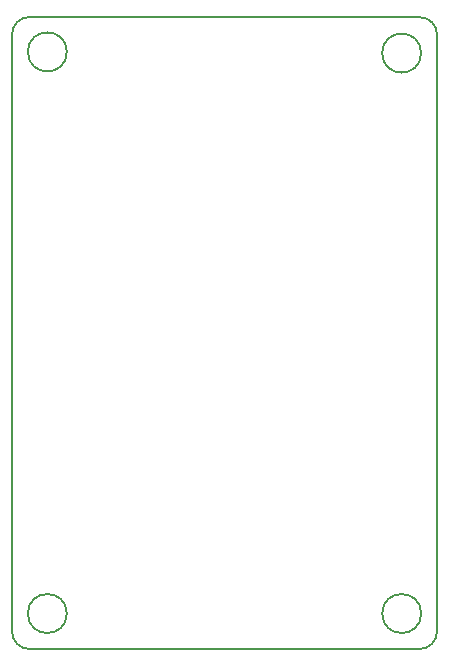
<source format=gbr>
%TF.GenerationSoftware,KiCad,Pcbnew,8.0.2*%
%TF.CreationDate,2024-11-06T18:52:59+01:00*%
%TF.ProjectId,pcb,7063622e-6b69-4636-9164-5f7063625858,rev?*%
%TF.SameCoordinates,Original*%
%TF.FileFunction,Profile,NP*%
%FSLAX46Y46*%
G04 Gerber Fmt 4.6, Leading zero omitted, Abs format (unit mm)*
G04 Created by KiCad (PCBNEW 8.0.2) date 2024-11-06 18:52:59*
%MOMM*%
%LPD*%
G01*
G04 APERTURE LIST*
%TA.AperFunction,Profile*%
%ADD10C,0.200000*%
%TD*%
G04 APERTURE END LIST*
D10*
X97000000Y-101000000D02*
X97000000Y-151500000D01*
X98500000Y-99500000D02*
X131500000Y-99500000D01*
X133000000Y-151500000D02*
X133000000Y-101000000D01*
X98500000Y-153000000D02*
X131500000Y-153000000D01*
X131500000Y-99500000D02*
G75*
G02*
X133000000Y-101000000I0J-1500000D01*
G01*
X97000000Y-101000000D02*
G75*
G02*
X98500000Y-99500000I1500000J0D01*
G01*
X98500000Y-153000000D02*
G75*
G02*
X97000000Y-151500000I0J1500000D01*
G01*
X133000000Y-151500000D02*
G75*
G02*
X131500000Y-153000000I-1500000J0D01*
G01*
X131650000Y-150000000D02*
G75*
G02*
X128350000Y-150000000I-1650000J0D01*
G01*
X128350000Y-150000000D02*
G75*
G02*
X131650000Y-150000000I1650000J0D01*
G01*
X101650000Y-150000000D02*
G75*
G02*
X98350000Y-150000000I-1650000J0D01*
G01*
X98350000Y-150000000D02*
G75*
G02*
X101650000Y-150000000I1650000J0D01*
G01*
X131650000Y-102550000D02*
G75*
G02*
X128350000Y-102550000I-1650000J0D01*
G01*
X128350000Y-102550000D02*
G75*
G02*
X131650000Y-102550000I1650000J0D01*
G01*
X101650000Y-102450000D02*
G75*
G02*
X98350000Y-102450000I-1650000J0D01*
G01*
X98350000Y-102450000D02*
G75*
G02*
X101650000Y-102450000I1650000J0D01*
G01*
M02*

</source>
